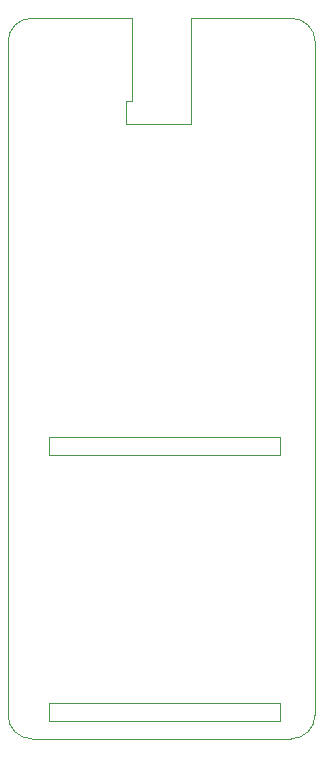
<source format=gbr>
%TF.GenerationSoftware,KiCad,Pcbnew,8.0.2-8.0.2-0~ubuntu23.10.1*%
%TF.CreationDate,2024-05-31T15:53:20+02:00*%
%TF.ProjectId,HIT2024,48495432-3032-4342-9e6b-696361645f70,rev?*%
%TF.SameCoordinates,PX3750280PY3fe56c0*%
%TF.FileFunction,Profile,NP*%
%FSLAX46Y46*%
G04 Gerber Fmt 4.6, Leading zero omitted, Abs format (unit mm)*
G04 Created by KiCad (PCBNEW 8.0.2-8.0.2-0~ubuntu23.10.1) date 2024-05-31 15:53:20*
%MOMM*%
%LPD*%
G01*
G04 APERTURE LIST*
%TA.AperFunction,Profile*%
%ADD10C,0.050000*%
%TD*%
G04 APERTURE END LIST*
D10*
X3500000Y-4000000D02*
X23000000Y-4000000D01*
X23000000Y-5500000D01*
X3500000Y-5500000D01*
X3500000Y-4000000D01*
X26000000Y-5000000D02*
G75*
G02*
X24000000Y-7000000I-2000000J0D01*
G01*
X15500000Y45000000D02*
X10000000Y45000000D01*
X26000000Y-5000000D02*
X26000000Y52000000D01*
X10000000Y47000000D02*
X10500000Y47000000D01*
X2000000Y54000000D02*
X10500000Y54000000D01*
X24000000Y54000000D02*
G75*
G02*
X26000000Y52000000I0J-2000000D01*
G01*
X0Y52000000D02*
G75*
G02*
X2000000Y54000000I2000000J0D01*
G01*
X10000000Y45000000D02*
X10000000Y47000000D01*
X24000000Y54000000D02*
X15500000Y54000000D01*
X2000000Y-7000000D02*
X24000000Y-7000000D01*
X15500000Y54000000D02*
X15500000Y45000000D01*
X0Y52000000D02*
X0Y-5000000D01*
X2000000Y-7000000D02*
G75*
G02*
X0Y-5000000I0J2000000D01*
G01*
X10500000Y47000000D02*
X10500000Y54000000D01*
X3500000Y18500000D02*
X23000000Y18500000D01*
X23000000Y17000000D01*
X3500000Y17000000D01*
X3500000Y18500000D01*
M02*

</source>
